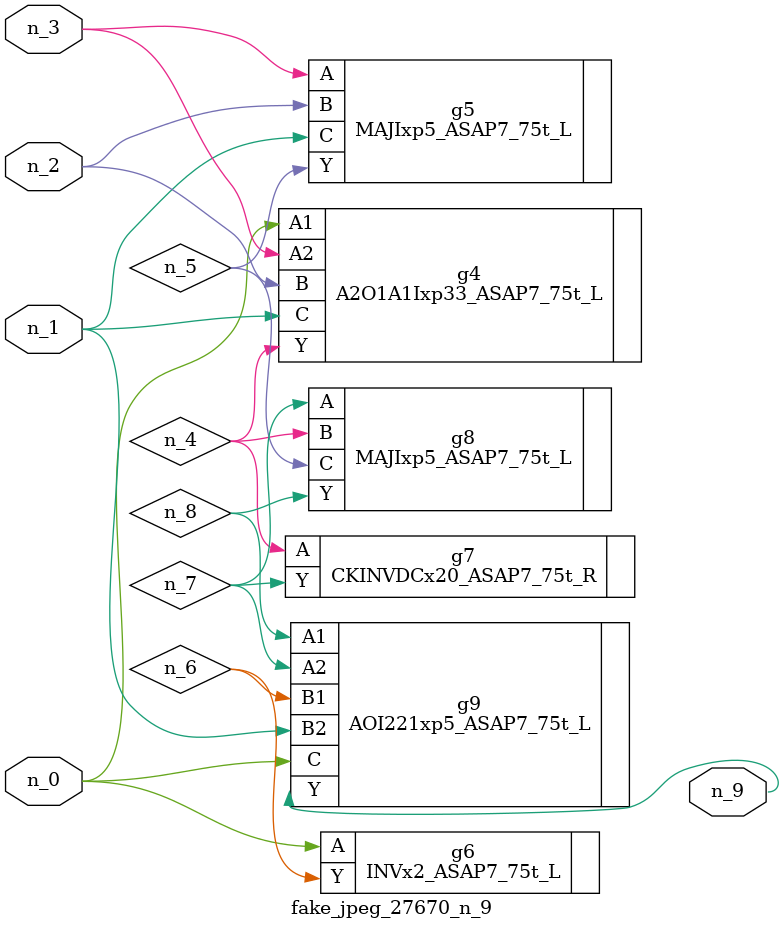
<source format=v>
module fake_jpeg_27670_n_9 (n_0, n_3, n_2, n_1, n_9);

input n_0;
input n_3;
input n_2;
input n_1;

output n_9;

wire n_4;
wire n_8;
wire n_6;
wire n_5;
wire n_7;

A2O1A1Ixp33_ASAP7_75t_L g4 ( 
.A1(n_0),
.A2(n_3),
.B(n_2),
.C(n_1),
.Y(n_4)
);

MAJIxp5_ASAP7_75t_L g5 ( 
.A(n_3),
.B(n_2),
.C(n_1),
.Y(n_5)
);

INVx2_ASAP7_75t_L g6 ( 
.A(n_0),
.Y(n_6)
);

CKINVDCx20_ASAP7_75t_R g7 ( 
.A(n_4),
.Y(n_7)
);

MAJIxp5_ASAP7_75t_L g8 ( 
.A(n_7),
.B(n_4),
.C(n_5),
.Y(n_8)
);

AOI221xp5_ASAP7_75t_L g9 ( 
.A1(n_8),
.A2(n_7),
.B1(n_6),
.B2(n_1),
.C(n_0),
.Y(n_9)
);


endmodule
</source>
